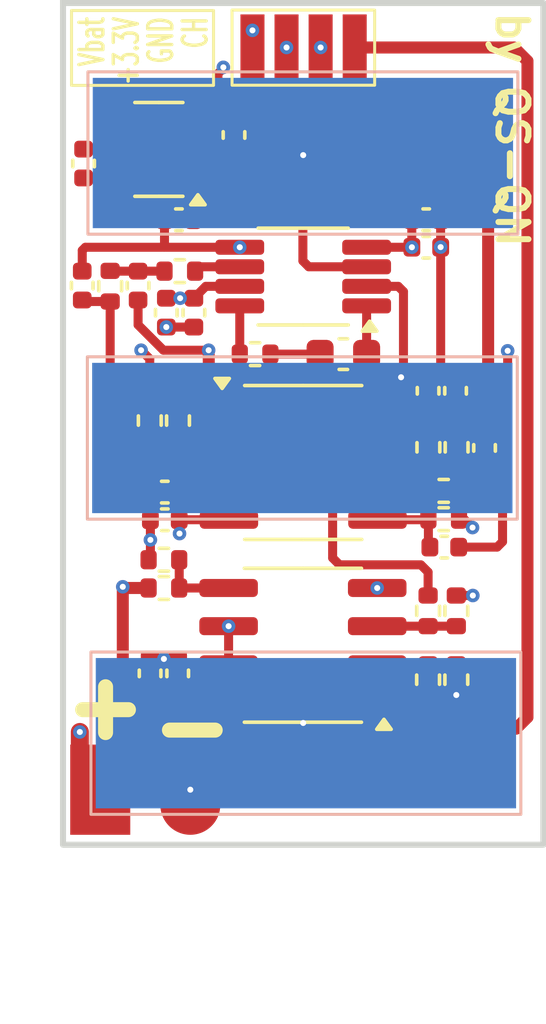
<source format=kicad_pcb>
(kicad_pcb (version 20241229) (generator "pcbnew") (generator_version "9.0")
  (layers (0 "F.Cu" signal) (4 "In1.Cu" signal) (6 "In2.Cu" signal) (2 "B.Cu" signal) (13 "F.Paste" user) (15 "B.Paste" user) (5 "F.SilkS" user "F.Silkscreen") (7 "B.SilkS" user "B.Silkscreen") (1 "F.Mask" user) (3 "B.Mask" user) (25 "Edge.Cuts" user))
  (net 0 "")
  (net 1 "GND")
  (net 2 "+3.3v_A")
  (net 3 "-3.3v_A")
  (net 4 "Net-(C11-Pad2)")
  (net 5 "Net-(C11-Pad1)")
  (net 6 "Net-(U11-C_{FLY+})")
  (net 7 "Net-(U11-C_{FLY-})")
  (net 8 "Net-(U12A-+)")
  (net 9 "Net-(C26-Pad2)")
  (net 10 "/OUT_LP")
  (net 11 "Net-(C27-Pad1)")
  (net 12 "Net-(U12B-+)")
  (net 13 "Net-(R1-Pad2)")
  (net 14 "Net-(U2B-+)")
  (net 15 "/OUT_HP")
  (net 16 "Net-(U2A-+)")
  (net 17 "/OUT_Amplifer")
  (net 18 "+1.65V")
  (net 19 "Net-(U2A--)")
  (net 20 "Net-(U12A--)")
  (net 21 "Net-(U12B--)")
  (net 22 "/ADC_OUT")
  (net 23 "/E_END")
  (net 24 "/E_MID")
  (net 25 "+VBAT")
  (footprint "Capacitor_SMD:C_0402_1005Metric" (layer "F.Cu") (at 142.74 86.88 -90)
    (property "Reference" "C2" (hide yes))
    (property "Value" "100nF")
    (fp_line (start -0.107836 0.36) (end 0.107836 0.36) (stroke (width 0.12)) (layer "F.SilkS"))
    (fp_line (start -0.107836 -0.36) (end 0.107836 -0.36) (stroke (width 0.12)) (layer "F.SilkS"))
    (pad "1" smd roundrect (at -0.48 0 270) (size 0.56 0.62) (layers "F.Cu" "F.Mask" "F.Paste") (net 2 "+3.3v_A"))
    (pad "2" smd roundrect (at 0.48 0 270) (size 0.56 0.62) (layers "F.Cu" "F.Mask" "F.Paste") (net 1 "GND"))
  )
  (footprint "Capacitor_SMD:C_0402_1005Metric" (layer "F.Cu") (at 141.77 92.85 180)
    (property "Reference" "C23" (hide yes))
    (property "Value" "100nF")
    (fp_line (start -0.107836 0.36) (end 0.107836 0.36) (stroke (width 0.12)) (layer "F.SilkS"))
    (fp_line (start -0.107836 -0.36) (end 0.107836 -0.36) (stroke (width 0.12)) (layer "F.SilkS"))
    (pad "1" smd roundrect (at -0.48 0 180) (size 0.56 0.62) (layers "F.Cu" "F.Mask" "F.Paste") (net 3 "-3.3v_A"))
    (pad "2" smd roundrect (at 0.48 0 180) (size 0.56 0.62) (layers "F.Cu" "F.Mask" "F.Paste") (net 1 "GND"))
  )
  (footprint "Resistor_SMD:R_0402_1005Metric" (layer "F.Cu") (at 144.7775 88.26 180)
    (property "Reference" "R1" (hide yes))
    (property "Value" "220R")
    (fp_line (start -0.153641 0.38) (end 0.153641 0.38) (stroke (width 0.12)) (layer "F.SilkS"))
    (fp_line (start -0.153641 -0.38) (end 0.153641 -0.38) (stroke (width 0.12)) (layer "F.SilkS"))
    (pad "1" smd roundrect (at -0.51 0 180) (size 0.54 0.64) (layers "F.Cu" "F.Mask" "F.Paste") (net 5 "Net-(C11-Pad1)"))
    (pad "2" smd roundrect (at 0.51 0 180) (size 0.54 0.64) (layers "F.Cu" "F.Mask" "F.Paste") (net 13 "Net-(R1-Pad2)"))
  )
  (footprint "Resistor_SMD:R_0402_1005Metric" (layer "F.Cu") (at 150.55 91.36 -90)
    (property "Reference" "R19" (hide yes))
    (property "Value" "1K")
    (fp_line (start -0.153641 0.38) (end 0.153641 0.38) (stroke (width 0.12)) (layer "F.SilkS"))
    (fp_line (start -0.153641 -0.38) (end 0.153641 -0.38) (stroke (width 0.12)) (layer "F.SilkS"))
    (pad "1" smd roundrect (at -0.51 0 270) (size 0.54 0.64) (layers "F.Cu" "F.Mask" "F.Paste") (net 15 "/OUT_HP"))
    (pad "2" smd roundrect (at 0.51 0 270) (size 0.54 0.64) (layers "F.Cu" "F.Mask" "F.Paste") (net 21 "Net-(U12B--)"))
  )
  (footprint "Package_TO_SOT_SMD:SOT-23-5" (layer "F.Cu") (at 141.5725 81.45 180)
    (property "Reference" "U11" (hide yes))
    (property "Value" "TPS60402DBV")
    (fp_line (start 0 1.56) (end 0.8 1.56) (stroke (width 0.12)) (layer "F.SilkS"))
    (fp_line (start 0 1.56) (end -0.8 1.56) (stroke (width 0.12)) (layer "F.SilkS"))
    (fp_line (start 0 -1.56) (end 0.8 -1.56) (stroke (width 0.12)) (layer "F.SilkS"))
    (fp_line (start 0 -1.56) (end -0.8 -1.56) (stroke (width 0.12)) (layer "F.SilkS"))
    (fp_poly (pts (xy -1.3 -1.51) (xy -1.54 -1.84) (xy -1.06 -1.84)) (stroke (width 0.12)) (fill yes) (layer "F.SilkS"))
    (pad "1" smd roundrect (at -1.1375 -0.95 180) (size 1.325 0.6) (layers "F.Cu" "F.Mask" "F.Paste") (net 3 "-3.3v_A"))
    (pad "2" smd roundrect (at -1.1375 0 180) (size 1.325 0.6) (layers "F.Cu" "F.Mask" "F.Paste") (net 2 "+3.3v_A"))
    (pad "3" smd roundrect (at -1.1375 0.95 180) (size 1.325 0.6) (layers "F.Cu" "F.Mask" "F.Paste") (net 7 "Net-(U11-C_{FLY-})"))
    (pad "4" smd roundrect (at 1.1375 0.95 180) (size 1.325 0.6) (layers "F.Cu" "F.Mask" "F.Paste") (net 1 "GND"))
    (pad "5" smd roundrect (at 1.1375 -0.95 180) (size 1.325 0.6) (layers "F.Cu" "F.Mask" "F.Paste") (net 6 "Net-(U11-C_{FLY+})"))
  )
  (footprint "Capacitor_SMD:C_0402_1005Metric" (layer "F.Cu") (at 141.82 86.88 -90)
    (property "Reference" "C1" (hide yes))
    (property "Value" "4.7uF")
    (fp_line (start -0.107836 0.36) (end 0.107836 0.36) (stroke (width 0.12)) (layer "F.SilkS"))
    (fp_line (start -0.107836 -0.36) (end 0.107836 -0.36) (stroke (width 0.12)) (layer "F.SilkS"))
    (pad "1" smd roundrect (at -0.48 0 270) (size 0.56 0.62) (layers "F.Cu" "F.Mask" "F.Paste") (net 2 "+3.3v_A"))
    (pad "2" smd roundrect (at 0.48 0 270) (size 0.56 0.62) (layers "F.Cu" "F.Mask" "F.Paste") (net 1 "GND"))
  )
  (footprint "Resistor_SMD:R_0402_1005Metric" (layer "F.Cu") (at 151.49 91.36 -90)
    (property "Reference" "R17" (hide yes))
    (property "Value" "22K")
    (fp_line (start -0.153641 0.38) (end 0.153641 0.38) (stroke (width 0.12)) (layer "F.SilkS"))
    (fp_line (start -0.153641 -0.38) (end 0.153641 -0.38) (stroke (width 0.12)) (layer "F.SilkS"))
    (pad "1" smd roundrect (at -0.51 0 270) (size 0.54 0.64) (layers "F.Cu" "F.Mask" "F.Paste") (net 15 "/OUT_HP"))
    (pad "2" smd roundrect (at 0.51 0 270) (size 0.54 0.64) (layers "F.Cu" "F.Mask" "F.Paste") (net 11 "Net-(C27-Pad1)"))
  )
  (footprint "Resistor_SMD:R_0402_1005Metric" (layer "F.Cu") (at 151.06 93.75 180)
    (property "Reference" "R18" (hide yes))
    (property "Value" "33K")
    (fp_line (start -0.153641 0.38) (end 0.153641 0.38) (stroke (width 0.12)) (layer "F.SilkS"))
    (fp_line (start -0.153641 -0.38) (end 0.153641 -0.38) (stroke (width 0.12)) (layer "F.SilkS"))
    (pad "1" smd roundrect (at -0.51 0 180) (size 0.54 0.64) (layers "F.Cu" "F.Mask" "F.Paste") (net 1 "GND"))
    (pad "2" smd roundrect (at 0.51 0 180) (size 0.54 0.64) (layers "F.Cu" "F.Mask" "F.Paste") (net 12 "Net-(U12B-+)"))
  )
  (footprint "Resistor_SMD:R_0402_1005Metric" (layer "F.Cu") (at 141.27 90.47 90)
    (property "Reference" "R16" (hide yes))
    (property "Value" "3.6K")
    (fp_line (start -0.153641 -0.38) (end 0.153641 -0.38) (stroke (width 0.12)) (layer "F.SilkS"))
    (fp_line (start -0.153641 0.38) (end 0.153641 0.38) (stroke (width 0.12)) (layer "F.SilkS"))
    (pad "1" smd roundrect (at -0.51 0 90) (size 0.54 0.64) (layers "F.Cu" "F.Mask" "F.Paste") (net 20 "Net-(U12A--)"))
    (pad "2" smd roundrect (at 0.51 0 90) (size 0.54 0.64) (layers "F.Cu" "F.Mask" "F.Paste") (net 1 "GND"))
  )
  (footprint "Resistor_SMD:R_0402_1005Metric" (layer "F.Cu") (at 141.74 96.04 180)
    (property "Reference" "R2" (hide yes))
    (property "Value" "100K")
    (fp_line (start -0.153641 0.38) (end 0.153641 0.38) (stroke (width 0.12)) (layer "F.SilkS"))
    (fp_line (start -0.153641 -0.38) (end 0.153641 -0.38) (stroke (width 0.12)) (layer "F.SilkS"))
    (pad "1" smd roundrect (at -0.51 0 180) (size 0.54 0.64) (layers "F.Cu" "F.Mask" "F.Paste") (net 14 "Net-(U2B-+)"))
    (pad "2" smd roundrect (at 0.51 0 180) (size 0.54 0.64) (layers "F.Cu" "F.Mask" "F.Paste") (net 2 "+3.3v_A"))
  )
  (footprint "Package_SO:SOIC-8_3.9x4.9mm_P1.27mm" (layer "F.Cu") (at 146.37 97.945 180)
    (property "Reference" "U2" (hide yes))
    (property "Value" "MCP602")
    (fp_line (start 0 2.56) (end 1.95 2.56) (stroke (width 0.12)) (layer "F.SilkS"))
    (fp_line (start 0 2.56) (end -1.95 2.56) (stroke (width 0.12)) (layer "F.SilkS"))
    (fp_line (start 0 -2.56) (end 1.95 -2.56) (stroke (width 0.12)) (layer "F.SilkS"))
    (fp_line (start 0 -2.56) (end -1.95 -2.56) (stroke (width 0.12)) (layer "F.SilkS"))
    (fp_poly (pts (xy -2.7 -2.465) (xy -2.94 -2.795) (xy -2.46 -2.795)) (stroke (width 0.12)) (fill yes) (layer "F.SilkS"))
    (pad "1" smd roundrect (at -2.475 -1.905 180) (size 1.95 0.6) (layers "F.Cu" "F.Mask" "F.Paste") (net 22 "/ADC_OUT"))
    (pad "2" smd roundrect (at -2.475 -0.635 180) (size 1.95 0.6) (layers "F.Cu" "F.Mask" "F.Paste") (net 19 "Net-(U2A--)"))
    (pad "3" smd roundrect (at -2.475 0.635 180) (size 1.95 0.6) (layers "F.Cu" "F.Mask" "F.Paste") (net 16 "Net-(U2A-+)"))
    (pad "4" smd roundrect (at -2.475 1.905 180) (size 1.95 0.6) (layers "F.Cu" "F.Mask" "F.Paste") (net 1 "GND"))
    (pad "5" smd roundrect (at 2.475 1.905 180) (size 1.95 0.6) (layers "F.Cu" "F.Mask" "F.Paste") (net 14 "Net-(U2B-+)"))
    (pad "6" smd roundrect (at 2.475 0.635 180) (size 1.95 0.6) (layers "F.Cu" "F.Mask" "F.Paste") (net 18 "+1.65V"))
    (pad "7" smd roundrect (at 2.475 -0.635 180) (size 1.95 0.6) (layers "F.Cu" "F.Mask" "F.Paste") (net 18 "+1.65V"))
    (pad "8" smd roundrect (at 2.475 -1.905 180) (size 1.95 0.6) (layers "F.Cu" "F.Mask" "F.Paste") (net 2 "+3.3v_A"))
  )
  (footprint "Capacitor_SMD:C_0402_1005Metric" (layer "F.Cu") (at 140.88 85.98 90)
    (property "Reference" "C26" (hide yes))
    (property "Value" "100nF")
    (fp_line (start -0.107836 -0.36) (end 0.107836 -0.36) (stroke (width 0.12)) (layer "F.SilkS"))
    (fp_line (start -0.107836 0.36) (end 0.107836 0.36) (stroke (width 0.12)) (layer "F.SilkS"))
    (pad "1" smd roundrect (at -0.48 0 90) (size 0.56 0.62) (layers "F.Cu" "F.Mask" "F.Paste") (net 10 "/OUT_LP"))
    (pad "2" smd roundrect (at 0.48 0 90) (size 0.56 0.62) (layers "F.Cu" "F.Mask" "F.Paste") (net 9 "Net-(C26-Pad2)"))
  )
  (footprint "Capacitor_SMD:C_0402_1005Metric" (layer "F.Cu") (at 151.08 94.68)
    (property "Reference" "C28" (hide yes))
    (property "Value" "100nF")
    (fp_line (start -0.107836 -0.36) (end 0.107836 -0.36) (stroke (width 0.12)) (layer "F.SilkS"))
    (fp_line (start -0.107836 0.36) (end 0.107836 0.36) (stroke (width 0.12)) (layer "F.SilkS"))
    (pad "1" smd roundrect (at -0.48 0) (size 0.56 0.62) (layers "F.Cu" "F.Mask" "F.Paste") (net 12 "Net-(U12B-+)"))
    (pad "2" smd roundrect (at 0.48 0) (size 0.56 0.62) (layers "F.Cu" "F.Mask" "F.Paste") (net 11 "Net-(C27-Pad1)"))
  )
  (footprint "Capacitor_SMD:C_0402_1005Metric" (layer "F.Cu") (at 142.24 83.79 180)
    (property "Reference" "C22" (hide yes))
    (property "Value" "1uF")
    (fp_line (start -0.107836 0.36) (end 0.107836 0.36) (stroke (width 0.12)) (layer "F.SilkS"))
    (fp_line (start -0.107836 -0.36) (end 0.107836 -0.36) (stroke (width 0.12)) (layer "F.SilkS"))
    (pad "1" smd roundrect (at -0.48 0 180) (size 0.56 0.62) (layers "F.Cu" "F.Mask" "F.Paste") (net 3 "-3.3v_A"))
    (pad "2" smd roundrect (at 0.48 0 180) (size 0.56 0.62) (layers "F.Cu" "F.Mask" "F.Paste") (net 1 "GND"))
  )
  (footprint "Capacitor_SMD:C_0402_1005Metric" (layer "F.Cu") (at 150.4775 83.79)
    (property "Reference" "C9" (hide yes))
    (property "Value" "4.7uF")
    (fp_line (start -0.107836 -0.36) (end 0.107836 -0.36) (stroke (width 0.12)) (layer "F.SilkS"))
    (fp_line (start -0.107836 0.36) (end 0.107836 0.36) (stroke (width 0.12)) (layer "F.SilkS"))
    (pad "1" smd roundrect (at -0.48 0) (size 0.56 0.62) (layers "F.Cu" "F.Mask" "F.Paste") (net 3 "-3.3v_A"))
    (pad "2" smd roundrect (at 0.48 0) (size 0.56 0.62) (layers "F.Cu" "F.Mask" "F.Paste") (net 1 "GND"))
  )
  (footprint "Resistor_SMD:R_0402_1005Metric" (layer "F.Cu") (at 139.95 86 -90)
    (property "Reference" "R14" (hide yes))
    (property "Value" "2.8K")
    (fp_line (start -0.153641 0.38) (end 0.153641 0.38) (stroke (width 0.12)) (layer "F.SilkS"))
    (fp_line (start -0.153641 -0.38) (end 0.153641 -0.38) (stroke (width 0.12)) (layer "F.SilkS"))
    (pad "1" smd roundrect (at -0.51 0 270) (size 0.54 0.64) (layers "F.Cu" "F.Mask" "F.Paste") (net 9 "Net-(C26-Pad2)"))
    (pad "2" smd roundrect (at 0.51 0 270) (size 0.54 0.64) (layers "F.Cu" "F.Mask" "F.Paste") (net 8 "Net-(U12A-+)"))
  )
  (footprint "Resistor_SMD:R_0402_1005Metric" (layer "F.Cu") (at 150.54 99.09 90)
    (property "Reference" "R21" (hide yes))
    (property "Value" "1K")
    (fp_line (start -0.153641 -0.38) (end 0.153641 -0.38) (stroke (width 0.12)) (layer "F.SilkS"))
    (fp_line (start -0.153641 0.38) (end 0.153641 0.38) (stroke (width 0.12)) (layer "F.SilkS"))
    (pad "1" smd roundrect (at -0.51 0 90) (size 0.54 0.64) (layers "F.Cu" "F.Mask" "F.Paste") (net 22 "/ADC_OUT"))
    (pad "2" smd roundrect (at 0.51 0 90) (size 0.54 0.64) (layers "F.Cu" "F.Mask" "F.Paste") (net 19 "Net-(U2A--)"))
  )
  (footprint "Resistor_SMD:R_0402_1005Metric" (layer "F.Cu") (at 141.74 95.1)
    (property "Reference" "R3" (hide yes))
    (property "Value" "100K")
    (fp_line (start -0.153641 -0.38) (end 0.153641 -0.38) (stroke (width 0.12)) (layer "F.SilkS"))
    (fp_line (start -0.153641 0.38) (end 0.153641 0.38) (stroke (width 0.12)) (layer "F.SilkS"))
    (pad "1" smd roundrect (at -0.51 0) (size 0.54 0.64) (layers "F.Cu" "F.Mask" "F.Paste") (net 1 "GND"))
    (pad "2" smd roundrect (at 0.51 0) (size 0.54 0.64) (layers "F.Cu" "F.Mask" "F.Paste") (net 14 "Net-(U2B-+)"))
  )
  (footprint "" (layer "F.Cu") (at 146.2 91.65)
    (property "Reference" "" (at 0 0 0) (layer "F.SilkS") (effects (font (size 1.27 1.27))))
    (property "Value" "")
    (fp_rect (start -7.01 -3.3) (end 7.31 2.1) (stroke (width 0.1)) (fill no) (layer "B.SilkS"))
    (pad "1" smd rect (at 0.15 -0.6) (size 14 5) (layers "B.Cu" "B.Mask" "B.Paste") (net 24 "/E_MID"))
  )
  (footprint "Package_SO:SOIC-8_3.9x4.9mm_P1.27mm" (layer "F.Cu") (at 146.38 91.865)
    (property "Reference" "U12" (hide yes))
    (property "Value" "MCP602")
    (fp_line (start 0 -2.56) (end -1.95 -2.56) (stroke (width 0.12)) (layer "F.SilkS"))
    (fp_line (start 0 -2.56) (end 1.95 -2.56) (stroke (width 0.12)) (layer "F.SilkS"))
    (fp_line (start 0 2.56) (end -1.95 2.56) (stroke (width 0.12)) (layer "F.SilkS"))
    (fp_line (start 0 2.56) (end 1.95 2.56) (stroke (width 0.12)) (layer "F.SilkS"))
    (fp_poly (pts (xy -2.7 -2.465) (xy -2.94 -2.795) (xy -2.46 -2.795)) (stroke (width 0.12)) (fill yes) (layer "F.SilkS"))
    (pad "1" smd roundrect (at -2.475 -1.905) (size 1.95 0.6) (layers "F.Cu" "F.Mask" "F.Paste") (net 10 "/OUT_LP"))
    (pad "2" smd roundrect (at -2.475 -0.635) (size 1.95 0.6) (layers "F.Cu" "F.Mask" "F.Paste") (net 20 "Net-(U12A--)"))
    (pad "3" smd roundrect (at -2.475 0.635) (size 1.95 0.6) (layers "F.Cu" "F.Mask" "F.Paste") (net 8 "Net-(U12A-+)"))
    (pad "4" smd roundrect (at -2.475 1.905) (size 1.95 0.6) (layers "F.Cu" "F.Mask" "F.Paste") (net 3 "-3.3v_A"))
    (pad "5" smd roundrect (at 2.475 1.905) (size 1.95 0.6) (layers "F.Cu" "F.Mask" "F.Paste") (net 12 "Net-(U12B-+)"))
    (pad "6" smd roundrect (at 2.475 0.635) (size 1.95 0.6) (layers "F.Cu" "F.Mask" "F.Paste") (net 21 "Net-(U12B--)"))
    (pad "7" smd roundrect (at 2.475 -0.635) (size 1.95 0.6) (layers "F.Cu" "F.Mask" "F.Paste") (net 15 "/OUT_HP"))
    (pad "8" smd roundrect (at 2.475 -1.905) (size 1.95 0.6) (layers "F.Cu" "F.Mask" "F.Paste") (net 2 "+3.3v_A"))
  )
  (footprint "Resistor_SMD:R_0402_1005Metric" (layer "F.Cu") (at 142.21 90.47 -90)
    (property "Reference" "R15" (hide yes))
    (property "Value" "1K")
    (fp_line (start -0.153641 0.38) (end 0.153641 0.38) (stroke (width 0.12)) (layer "F.SilkS"))
    (fp_line (start -0.153641 -0.38) (end 0.153641 -0.38) (stroke (width 0.12)) (layer "F.SilkS"))
    (pad "1" smd roundrect (at -0.51 0 270) (size 0.54 0.64) (layers "F.Cu" "F.Mask" "F.Paste") (net 10 "/OUT_LP"))
    (pad "2" smd roundrect (at 0.51 0 270) (size 0.54 0.64) (layers "F.Cu" "F.Mask" "F.Paste") (net 20 "Net-(U12A--)"))
  )
  (footprint "Capacitor_SMD:C_0402_1005Metric" (layer "F.Cu") (at 139.065 81.92 90)
    (property "Reference" "C12" (hide yes))
    (property "Value" "1uF")
    (fp_line (start -0.107836 -0.36) (end 0.107836 -0.36) (stroke (width 0.12)) (layer "F.SilkS"))
    (fp_line (start -0.107836 0.36) (end 0.107836 0.36) (stroke (width 0.12)) (layer "F.SilkS"))
    (pad "1" smd roundrect (at -0.48 0 90) (size 0.56 0.62) (layers "F.Cu" "F.Mask" "F.Paste") (net 6 "Net-(U11-C_{FLY+})"))
    (pad "2" smd roundrect (at 0.48 0 90) (size 0.56 0.62) (layers "F.Cu" "F.Mask" "F.Paste") (net 7 "Net-(U11-C_{FLY-})"))
  )
  (footprint "Pad:Pad 4" (layer "F.Cu") (at 146.34 81.245)
    (property "Reference" "U13" (hide yes))
    (property "Value" "Pad 4")
    (fp_rect (start -2.33 -4.43) (end 2.42 -1.93) (stroke (width 0.1)) (fill no) (layer "F.SilkS"))
    (pad "1" smd rect (at -1.65 -3.185 90) (size 2.2 0.8) (layers "F.Cu" "F.Mask" "F.Paste") (net 25 "+VBAT"))
    (pad "2" smd rect (at -0.515 -3.185 90) (size 2.2 0.8) (layers "F.Cu" "F.Mask" "F.Paste") (net 2 "+3.3v_A"))
    (pad "3" smd rect (at 0.62 -3.185 90) (size 2.2 0.8) (layers "F.Cu" "F.Mask" "F.Paste") (net 1 "GND"))
    (pad "4" smd rect (at 1.755 -3.185 90) (size 2.2 0.8) (layers "F.Cu" "F.Mask" "F.Paste") (net 22 "/ADC_OUT"))
  )
  (footprint "Capacitor_SMD:C_0402_1005Metric" (layer "F.Cu") (at 151.455 89.48 90)
    (property "Reference" "C15" (hide yes))
    (property "Value" "100nF")
    (fp_line (start -0.107836 -0.36) (end 0.107836 -0.36) (stroke (width 0.12)) (layer "F.SilkS"))
    (fp_line (start -0.107836 0.36) (end 0.107836 0.36) (stroke (width 0.12)) (layer "F.SilkS"))
    (pad "1" smd roundrect (at -0.48 0 90) (size 0.56 0.62) (layers "F.Cu" "F.Mask" "F.Paste") (net 2 "+3.3v_A"))
    (pad "2" smd roundrect (at 0.48 0 90) (size 0.56 0.62) (layers "F.Cu" "F.Mask" "F.Paste") (net 1 "GND"))
  )
  (footprint "Resistor_SMD:R_0402_1005Metric" (layer "F.Cu") (at 151.06 92.81)
    (property "Reference" "R20" (hide yes))
    (property "Value" "3.6K")
    (fp_line (start -0.153641 -0.38) (end 0.153641 -0.38) (stroke (width 0.12)) (layer "F.SilkS"))
    (fp_line (start -0.153641 0.38) (end 0.153641 0.38) (stroke (width 0.12)) (layer "F.SilkS"))
    (pad "1" smd roundrect (at -0.51 0) (size 0.54 0.64) (layers "F.Cu" "F.Mask" "F.Paste") (net 21 "Net-(U12B--)"))
    (pad "2" smd roundrect (at 0.51 0) (size 0.54 0.64) (layers "F.Cu" "F.Mask" "F.Paste") (net 1 "GND"))
  )
  (footprint "" (layer "F.Cu") (at 146.6 82.06)
    (property "Reference" "" (at -0.43 -0.14 0) (layer "B.SilkS") (effects (font (size 1.27 1.27)) (justify mirror)))
    (property "Value" "")
    (fp_rect (start -7.39 -3.19) (end 6.93 2.21) (stroke (width 0.1)) (fill no) (layer "B.SilkS"))
    (pad "1" smd rect (at -0.23 -0.49) (size 14 5) (layers "B.Cu" "B.Mask" "B.Paste") (net 23 "/E_END"))
  )
  (footprint "Capacitor_SMD:C_0402_1005Metric" (layer "F.Cu") (at 152.42 91.38 90)
    (property "Reference" "C27" (hide yes))
    (property "Value" "100nF")
    (fp_line (start -0.107836 -0.36) (end 0.107836 -0.36) (stroke (width 0.12)) (layer "F.SilkS"))
    (fp_line (start -0.107836 0.36) (end 0.107836 0.36) (stroke (width 0.12)) (layer "F.SilkS"))
    (pad "1" smd roundrect (at -0.48 0 90) (size 0.56 0.62) (layers "F.Cu" "F.Mask" "F.Paste") (net 11 "Net-(C27-Pad1)"))
    (pad "2" smd roundrect (at 0.48 0 90) (size 0.56 0.62) (layers "F.Cu" "F.Mask" "F.Paste") (net 10 "/OUT_LP"))
  )
  (footprint "Capacitor_SMD:C_0402_1005Metric" (layer "F.Cu") (at 141.77 93.77 180)
    (property "Reference" "C24" (hide yes))
    (property "Value" "4.7uF")
    (fp_line (start -0.107836 0.36) (end 0.107836 0.36) (stroke (width 0.12)) (layer "F.SilkS"))
    (fp_line (start -0.107836 -0.36) (end 0.107836 -0.36) (stroke (width 0.12)) (layer "F.SilkS"))
    (pad "1" smd roundrect (at -0.48 0 180) (size 0.56 0.62) (layers "F.Cu" "F.Mask" "F.Paste") (net 3 "-3.3v_A"))
    (pad "2" smd roundrect (at 0.48 0 180) (size 0.56 0.62) (layers "F.Cu" "F.Mask" "F.Paste") (net 1 "GND"))
  )
  (footprint "Capacitor_SMD:C_0402_1005Metric" (layer "F.Cu") (at 142.2 98.88 90)
    (property "Reference" "C14" (hide yes))
    (property "Value" "4.7uF")
    (fp_line (start -0.107836 -0.36) (end 0.107836 -0.36) (stroke (width 0.12)) (layer "F.SilkS"))
    (fp_line (start -0.107836 0.36) (end 0.107836 0.36) (stroke (width 0.12)) (layer "F.SilkS"))
    (pad "1" smd roundrect (at -0.48 0 90) (size 0.56 0.62) (layers "F.Cu" "F.Mask" "F.Paste") (net 2 "+3.3v_A"))
    (pad "2" smd roundrect (at 0.48 0 90) (size 0.56 0.62) (layers "F.Cu" "F.Mask" "F.Paste") (net 1 "GND"))
  )
  (footprint "Resistor_SMD:R_0402_1005Metric" (layer "F.Cu") (at 151.48 99.09 -90)
    (property "Reference" "R7" (hide yes))
    (property "Value" "2K")
    (fp_line (start -0.153641 0.38) (end 0.153641 0.38) (stroke (width 0.12)) (layer "F.SilkS"))
    (fp_line (start -0.153641 -0.38) (end 0.153641 -0.38) (stroke (width 0.12)) (layer "F.SilkS"))
    (pad "1" smd roundrect (at -0.51 0 270) (size 0.54 0.64) (layers "F.Cu" "F.Mask" "F.Paste") (net 19 "Net-(U2A--)"))
    (pad "2" smd roundrect (at 0.51 0 270) (size 0.54 0.64) (layers "F.Cu" "F.Mask" "F.Paste") (net 1 "GND"))
  )
  (footprint "Package_SO:VSSOP-8_3x3mm_P0.65mm" (layer "F.Cu") (at 146.38 85.68 180)
    (property "Reference" "U1" (hide yes))
    (property "Value" "INA333xxDGK")
    (fp_line (start 0 1.61) (end 1.5 1.61) (stroke (width 0.12)) (layer "F.SilkS"))
    (fp_line (start 0 1.61) (end -1.5 1.61) (stroke (width 0.12)) (layer "F.SilkS"))
    (fp_line (start 0 -1.61) (end 1.5 -1.61) (stroke (width 0.12)) (layer "F.SilkS"))
    (fp_line (start 0 -1.61) (end -1.5 -1.61) (stroke (width 0.12)) (layer "F.SilkS"))
    (fp_poly (pts (xy -2.2125 -1.485) (xy -2.4525 -1.815) (xy -1.9725 -1.815)) (stroke (width 0.12)) (fill yes) (layer "F.SilkS"))
    (pad "1" smd roundrect (at -2.1125 -0.975 180) (size 1.625 0.5) (layers "F.Cu" "F.Mask" "F.Paste") (net 4 "Net-(C11-Pad2)"))
    (pad "2" smd roundrect (at -2.1125 -0.325 180) (size 1.625 0.5) (layers "F.Cu" "F.Mask" "F.Paste") (net 24 "/E_MID"))
    (pad "3" smd roundrect (at -2.1125 0.325 180) (size 1.625 0.5) (layers "F.Cu" "F.Mask" "F.Paste") (net 23 "/E_END"))
    (pad "4" smd roundrect (at -2.1125 0.975 180) (size 1.625 0.5) (layers "F.Cu" "F.Mask" "F.Paste") (net 3 "-3.3v_A"))
    (pad "5" smd roundrect (at 2.1125 0.975 180) (size 1.625 0.5) (layers "F.Cu" "F.Mask" "F.Paste") (net 1 "GND"))
    (pad "6" smd roundrect (at 2.1125 0.325 180) (size 1.625 0.5) (layers "F.Cu" "F.Mask" "F.Paste") (net 17 "/OUT_Amplifer"))
    (pad "7" smd roundrect (at 2.1125 -0.325 180) (size 1.625 0.5) (layers "F.Cu" "F.Mask" "F.Paste") (net 2 "+3.3v_A"))
    (pad "8" smd roundrect (at 2.1125 -0.975 180) (size 1.625 0.5) (layers "F.Cu" "F.Mask" "F.Paste") (net 13 "Net-(R1-Pad2)"))
  )
  (footprint "Pad:Pad Battery" (layer "F.Cu") (at 141.01 102.48)
    (property "Reference" "U7" (hide yes))
    (property "Value" "Pad_Battery")
    (fp_text user "+" (at -2.78 -1.36 0) (layer "F.SilkS") (effects (font (size 2 2) (thickness 0.5) (bold yes)) (justify left bottom)))
    (fp_text user "-" (at 0.11 -0.68 0) (layer "F.SilkS") (effects (font (size 2 2) (thickness 0.5) (bold yes)) (justify left bottom)))
    (pad "1" smd rect (at -1.39 0.27) (size 2 3) (layers "F.Cu" "F.Mask" "F.Paste") (net 25 "+VBAT"))
    (pad "2" smd oval (at 1.61 0.27) (size 2 3) (layers "F.Cu" "F.Mask" "F.Paste") (net 1 "GND"))
  )
  (footprint "Capacitor_SMD:C_0402_1005Metric" (layer "F.Cu") (at 141.28 98.88 90)
    (property "Reference" "C13" (hide yes))
    (property "Value" "100nF")
    (fp_line (start -0.107836 -0.36) (end 0.107836 -0.36) (stroke (width 0.12)) (layer "F.SilkS"))
    (fp_line (start -0.107836 0.36) (end 0.107836 0.36) (stroke (width 0.12)) (layer "F.SilkS"))
    (pad "1" smd roundrect (at -0.48 0 90) (size 0.56 0.62) (layers "F.Cu" "F.Mask" "F.Paste") (net 2 "+3.3v_A"))
    (pad "2" smd roundrect (at 0.48 0 90) (size 0.56 0.62) (layers "F.Cu" "F.Mask" "F.Paste") (net 1 "GND"))
  )
  (footprint "Capacitor_SMD:C_0402_1005Metric" (layer "F.Cu") (at 139.02 85.98 -90)
    (property "Reference" "C25" (hide yes))
    (property "Value" "100nF")
    (fp_line (start -0.107836 0.36) (end 0.107836 0.36) (stroke (width 0.12)) (layer "F.SilkS"))
    (fp_line (start -0.107836 -0.36) (end 0.107836 -0.36) (stroke (width 0.12)) (layer "F.SilkS"))
    (pad "1" smd roundrect (at -0.48 0 270) (size 0.56 0.62) (layers "F.Cu" "F.Mask" "F.Paste") (net 1 "GND"))
    (pad "2" smd roundrect (at 0.48 0 270) (size 0.56 0.62) (layers "F.Cu" "F.Mask" "F.Paste") (net 8 "Net-(U12A-+)"))
  )
  (footprint "Capacitor_SMD:C_0402_1005Metric" (layer "F.Cu") (at 150.54 89.48 90)
    (property "Reference" "C3" (hide yes))
    (property "Value" "4.7uF")
    (fp_line (start -0.107836 -0.36) (end 0.107836 -0.36) (stroke (width 0.12)) (layer "F.SilkS"))
    (fp_line (start -0.107836 0.36) (end 0.107836 0.36) (stroke (width 0.12)) (layer "F.SilkS"))
    (pad "1" smd roundrect (at -0.48 0 90) (size 0.56 0.62) (layers "F.Cu" "F.Mask" "F.Paste") (net 2 "+3.3v_A"))
    (pad "2" smd roundrect (at 0.48 0 90) (size 0.56 0.62) (layers "F.Cu" "F.Mask" "F.Paste") (net 1 "GND"))
  )
  (footprint "Resistor_SMD:R_0402_1005Metric" (layer "F.Cu") (at 151.48 96.8 90)
    (property "Reference" "R6" (hide yes))
    (property "Value" "1K")
    (fp_line (start -0.153641 -0.38) (end 0.153641 -0.38) (stroke (width 0.12)) (layer "F.SilkS"))
    (fp_line (start -0.153641 0.38) (end 0.153641 0.38) (stroke (width 0.12)) (layer "F.SilkS"))
    (pad "1" smd roundrect (at -0.51 0 90) (size 0.54 0.64) (layers "F.Cu" "F.Mask" "F.Paste") (net 16 "Net-(U2A-+)"))
    (pad "2" smd roundrect (at 0.51 0 90) (size 0.54 0.64) (layers "F.Cu" "F.Mask" "F.Paste") (net 18 "+1.65V"))
  )
  (footprint "Capacitor_SMD:C_0402_1005Metric" (layer "F.Cu") (at 150.48 84.705)
    (property "Reference" "C10" (hide yes))
    (property "Value" "100nF")
    (fp_line (start -0.107836 -0.36) (end 0.107836 -0.36) (stroke (width 0.12)) (layer "F.SilkS"))
    (fp_line (start -0.107836 0.36) (end 0.107836 0.36) (stroke (width 0.12)) (layer "F.SilkS"))
    (pad "1" smd roundrect (at -0.48 0) (size 0.56 0.62) (layers "F.Cu" "F.Mask" "F.Paste") (net 3 "-3.3v_A"))
    (pad "2" smd roundrect (at 0.48 0) (size 0.56 0.62) (layers "F.Cu" "F.Mask" "F.Paste") (net 1 "GND"))
  )
  (footprint "Pad:Pad 1" (layer "F.Cu") (at 146.52 101.19)
    (property "Reference" "U10" (hide yes))
    (property "Value" "Pad")
    (fp_rect (start -7.21 -3.02) (end 7.11 2.38) (stroke (width 0.1)) (fill no) (layer "B.SilkS"))
    (pad "1" smd rect (at -0.05 -0.32) (size 14 5) (layers "B.Cu" "B.Mask" "B.Paste") (net 1 "GND"))
  )
  (footprint "Resistor_SMD:R_0402_1005Metric" (layer "F.Cu") (at 150.54 96.8 -90)
    (property "Reference" "R4" (hide yes))
    (property "Value" "2K")
    (fp_line (start -0.153641 0.38) (end 0.153641 0.38) (stroke (width 0.12)) (layer "F.SilkS"))
    (fp_line (start -0.153641 -0.38) (end 0.153641 -0.38) (stroke (width 0.12)) (layer "F.SilkS"))
    (pad "1" smd roundrect (at -0.51 0 270) (size 0.54 0.64) (layers "F.Cu" "F.Mask" "F.Paste") (net 15 "/OUT_HP"))
    (pad "2" smd roundrect (at 0.51 0 270) (size 0.54 0.64) (layers "F.Cu" "F.Mask" "F.Paste") (net 16 "Net-(U2A-+)"))
  )
  (footprint "Capacitor_SMD:C_0402_1005Metric" (layer "F.Cu") (at 144.075 80.97 90)
    (property "Reference" "C5" (hide yes))
    (property "Value" "1uF")
    (fp_line (start -0.107836 -0.36) (end 0.107836 -0.36) (stroke (width 0.12)) (layer "F.SilkS"))
    (fp_line (start -0.107836 0.36) (end 0.107836 0.36) (stroke (width 0.12)) (layer "F.SilkS"))
    (pad "1" smd roundrect (at -0.48 0 90) (size 0.56 0.62) (layers "F.Cu" "F.Mask" "F.Paste") (net 2 "+3.3v_A"))
    (pad "2" smd roundrect (at 0.48 0 90) (size 0.56 0.62) (layers "F.Cu" "F.Mask" "F.Paste") (net 1 "GND"))
  )
  (footprint "Resistor_SMD:R_0402_1005Metric" (layer "F.Cu") (at 142.27 85.5 180)
    (property "Reference" "R5" (hide yes))
    (property "Value" "3.6K")
    (fp_line (start -0.153641 0.38) (end 0.153641 0.38) (stroke (width 0.12)) (layer "F.SilkS"))
    (fp_line (start -0.153641 -0.38) (end 0.153641 -0.38) (stroke (width 0.12)) (layer "F.SilkS"))
    (pad "1" smd roundrect (at -0.51 0 180) (size 0.54 0.64) (layers "F.Cu" "F.Mask" "F.Paste") (net 17 "/OUT_Amplifer"))
    (pad "2" smd roundrect (at 0.51 0 180) (size 0.54 0.64) (layers "F.Cu" "F.Mask" "F.Paste") (net 9 "Net-(C26-Pad2)"))
  )
  (footprint "Capacitor_SMD:C_0603_1608Metric" (layer "F.Cu") (at 147.7175 88.26)
    (property "Reference" "C11" (hide yes))
    (property "Value" "10uF")
    (fp_line (start -0.14058 -0.51) (end 0.14058 -0.51) (stroke (width 0.12)) (layer "F.SilkS"))
    (fp_line (start -0.14058 0.51) (end 0.14058 0.51) (stroke (width 0.12)) (layer "F.SilkS"))
    (pad "1" smd roundrect (at -0.775 0) (size 0.9 0.95) (layers "F.Cu" "F.Mask" "F.Paste") (net 5 "Net-(C11-Pad1)"))
    (pad "2" smd roundrect (at 0.775 0) (size 0.9 0.95) (layers "F.Cu" "F.Mask" "F.Paste") (net 4 "Net-(C11-Pad2)"))
  )
  (gr_line (start 143.23 88.13) (end 143.25 89.96) (stroke (width 0.4)) (layer "F.Cu") (net 10))
  (gr_rect (start 138.663333 76.83) (end 143.393333 79.32) (stroke (width 0.1)) (fill no) (layer "F.SilkS"))
  (gr_rect (start 138.38 76.58) (end 154.38 104.58) (stroke (width 0.2)) (fill no) (layer "Edge.Cuts"))
  (gr_text "+3.3V" (at 140.49 79.369047 90) (layer "F.SilkS") (effects (font (size 0.8 0.5) (thickness 0.1125)) (justify left)))
  (gr_text "Vbat" (at 139.343333 78.75 90) (layer "F.SilkS") (effects (font (size 0.8 0.5) (thickness 0.1125)) (justify left)))
  (gr_text "by QS-QN " (at 152.75 76.78 -90) (layer "F.SilkS") (effects (font (size 1 1) (thickness 0.2) (bold yes)) (justify left bottom)))
  (gr_text "CH" (at 142.783333 78.154763 90) (layer "F.SilkS") (effects (font (size 0.8 0.5) (thickness 0.1125)) (justify left)))
  (gr_text "GND" (at 141.636666 78.654763 90) (layer "F.SilkS") (effects (font (size 0.8 0.5) (thickness 0.1125)) (justify left)))
  (segment (start 143.54 78.93) (end 143.54 79.59) (width 0.3) (layer "F.Cu") (net 1))
  (segment (start 140.65 79.59) (end 140.435 79.805) (width 0.3) (layer "F.Cu") (net 1))
  (segment (start 144.075 79.805) (end 143.86 79.59) (width 0.3) (layer "F.Cu") (net 1))
  (segment (start 142.74 87.36) (end 141.82 87.36) (width 0.3) (layer "F.Cu") (net 1))
  (segment (start 141.76 83.79) (end 141.76 84.695) (width 0.3) (layer "F.Cu") (net 1))
  (segment (start 141.28 98.4) (end 141.74 98.4) (width 0.3) (layer "F.Cu") (net 1))
  (segment (start 139.02 84.81) (end 139.125 84.705) (width 0.3) (layer "F.Cu") (net 1))
  (segment (start 150.9575 83.79) (end 150.9575 84.7) (width 0.3) (layer "F.Cu") (net 1))
  (segment (start 141.74 98.4) (end 142.2 98.4) (width 0.3) (layer "F.Cu") (net 1))
  (segment (start 141.75 84.705) (end 144.2675 84.705) (width 0.3) (layer "F.Cu") (net 1))
  (segment (start 143.54 79.59) (end 140.65 79.59) (width 0.3) (layer "F.Cu") (net 1))
  (segment (start 141.29 92.85) (end 141.29 94.44) (width 0.3) (layer "F.Cu") (net 1))
  (segment (start 140.435 79.805) (end 140.435 80.5) (width 0.3) (layer "F.Cu") (net 1))
  (segment (start 141.29 94.44) (end 141.29 95.04) (width 0.3) (layer "F.Cu") (net 1))
  (segment (start 143.72 78.75) (end 143.54 78.93) (width 0.3) (layer "F.Cu") (net 1))
  (segment (start 140.98 88.13) (end 141.27 88.42) (width 0.3) (layer "F.Cu") (net 1))
  (segment (start 150.9575 84.7) (end 150.9575 84.7025) (width 0.3) (layer "F.Cu") (net 1))
  (segment (start 139.02 85.5) (end 139.02 84.81) (width 0.3) (layer "F.Cu") (net 1))
  (segment (start 150.96 88.99) (end 150.97 89) (width 0.3) (layer "F.Cu") (net 1))
  (segment (start 139.125 84.705) (end 141.75 84.705) (width 0.3) (layer "F.Cu") (net 1))
  (segment (start 150.97 89) (end 151.455 89) (width 0.3) (layer "F.Cu") (net 1))
  (segment (start 143.86 79.59) (end 143.54 79.59) (width 0.3) (layer "F.Cu") (net 1))
  (segment (start 141.27 88.42) (end 141.27 89.96) (width 0.3) (layer "F.Cu") (net 1))
  (segment (start 150.96 84.705) (end 150.96 88.99) (width 0.3) (layer "F.Cu") (net 1))
  (segment (start 144.075 80.49) (end 144.075 79.805) (width 0.3) (layer "F.Cu") (net 1))
  (segment (start 151.74 93.75) (end 151.57 93.75) (width 0.3) (layer "F.Cu") (net 1))
  (segment (start 141.76 84.695) (end 141.75 84.705) (width 0.3) (layer "F.Cu") (net 1))
  (segment (start 152.02 94.03) (end 151.74 93.75) (width 0.3) (layer "F.Cu") (net 1))
  (segment (start 151.57 92.81) (end 151.57 93.75) (width 0.3) (layer "F.Cu") (net 1))
  (segment (start 150.9575 84.7025) (end 150.96 84.705) (width 0.3) (layer "F.Cu") (net 1))
  (segment (start 143.72 78.72) (end 143.72 78.75) (width 0.3) (layer "F.Cu") (net 1))
  (segment (start 141.29 95.04) (end 141.23 95.1) (width 0.3) (layer "F.Cu") (net 1))
  (segment (start 150.54 89) (end 150.97 89) (width 0.3) (layer "F.Cu") (net 1))
  (via (at 142.62 102.75) (size 0.45) (drill 0.2) (layers "F.Cu" "B.Cu") (net 1))
  (via (at 140.98 88.13) (size 0.45) (drill 0.2) (layers "F.Cu" "B.Cu") (net 1))
  (via (at 148.845 96.04) (size 0.45) (drill 0.2) (layers "F.Cu" "B.Cu") (net 1))
  (via (at 146.38 100.53) (size 0.45) (drill 0.2) (layers "F.Cu" "B.Cu") (net 1))
  (via (at 141.82 87.36) (size 0.45) (drill 0.2) (layers "F.Cu" "B.Cu") (net 1))
  (via (at 152.02 94.03) (size 0.45) (drill 0.2) (layers "F.Cu" "B.Cu") (net 1))
  (via (at 151.48 99.6) (size 0.45) (drill 0.2) (layers "F.Cu" "B.Cu") (net 1))
  (via (at 150.9575 84.7) (size 0.45) (drill 0.2) (layers "F.Cu" "B.Cu") (net 1))
  (via (at 141.74 98.4) (size 0.45) (drill 0.2) (layers "F.Cu" "B.Cu") (net 1))
  (via (at 146.96 78.06) (size 0.45) (drill 0.2) (layers "F.Cu" "B.Cu") (net 1))
  (via (at 141.29 94.44) (size 0.45) (drill 0.2) (layers "F.Cu" "B.Cu") (net 1))
  (via (at 144.2675 84.705) (size 0.45) (drill 0.2) (layers "F.Cu" "B.Cu") (net 1))
  (via (at 143.72 78.72) (size 0.45) (drill 0.2) (layers "F.Cu" "B.Cu") (net 1))
  (segment (start 140.37 99.09) (end 140.64 99.36) (width 0.4) (layer "F.Cu") (net 2))
  (segment (start 144.88 81.45) (end 144.075 81.45) (width 0.4) (layer "F.Cu") (net 2))
  (segment (start 142.74 86.4) (end 141.82 86.4) (width 0.3) (layer "F.Cu") (net 2))
  (segment (start 152.1 89.96) (end 152.54 89.52) (width 0.4) (layer "F.Cu") (net 2))
  (segment (start 148.855 89.96) (end 151.455 89.96) (width 0.3) (layer "F.Cu") (net 2))
  (segment (start 151.455 89.96) (end 152.1 89.96) (width 0.4) (layer "F.Cu") (net 2))
  (segment (start 143.135 86.005) (end 144.2675 86.005) (width 0.3) (layer "F.Cu") (net 2))
  (segment (start 140.41 96.04) (end 140.37 96) (width 0.4) (layer "F.Cu") (net 2))
  (segment (start 142.28 86.4) (end 142.74 86.4) (width 0.3) (layer "F.Cu") (net 2))
  (segment (start 141.82 86.4) (end 142.28 86.4) (width 0.3) (layer "F.Cu") (net 2))
  (segment (start 140.64 99.36) (end 141.28 99.36) (width 0.4) (layer "F.Cu") (net 2))
  (segment (start 152.54 80.48) (end 152.14 80.08) (width 0.4) (layer "F.Cu") (net 2))
  (segment (start 144.075 81.45) (end 142.71 81.45) (width 0.3) (layer "F.Cu") (net 2))
  (segment (start 142.2 99.36) (end 142.2 99.67) (width 0.3) (layer "F.Cu") (net 2))
  (segment (start 145.825 78.06) (end 145.825 80.08) (width 0.4) (layer "F.Cu") (net 2))
  (segment (start 152.54 89.52) (end 152.54 80.48) (width 0.4) (layer "F.Cu") (net 2))
  (segment (start 152.14 80.08) (end 145.825 80.08) (width 0.4) (layer "F.Cu") (net 2))
  (segment (start 140.37 96) (end 140.37 99.09) (width 0.4) (layer "F.Cu") (net 2))
  (segment (start 142.2 99.67) (end 142.38 99.85) (width 0.3) (layer "F.Cu") (net 2))
  (segment (start 141.23 96.04) (end 140.41 96.04) (width 0.4) (layer "F.Cu") (net 2))
  (segment (start 142.38 99.85) (end 143.895 99.85) (width 0.3) (layer "F.Cu") (net 2))
  (segment (start 145.825 80.08) (end 145.825 80.505) (width 0.4) (layer "F.Cu") (net 2))
  (segment (start 142.74 86.4) (end 143.135 86.005) (width 0.3) (layer "F.Cu") (net 2))
  (segment (start 145.825 80.505) (end 144.88 81.45) (width 0.4) (layer "F.Cu") (net 2))
  (segment (start 141.28 99.36) (end 142.2 99.36) (width 0.3) (layer "F.Cu") (net 2))
  (via (at 140.37 96) (size 0.45) (drill 0.2) (layers "F.Cu" "B.Cu") (net 2))
  (via (at 145.825 78.06) (size 0.45) (drill 0.2) (layers "F.Cu" "B.Cu") (net 2))
  (via (at 142.28 86.4) (size 0.45) (drill 0.2) (layers "F.Cu" "B.Cu") (net 2))
  (segment (start 145.64 82.22) (end 145.64 81.57) (width 0.3) (layer "F.Cu") (net 3))
  (segment (start 145.64 81.57) (end 146.21 81) (width 0.3) (layer "F.Cu") (net 3))
  (segment (start 142.25 93.77) (end 142.25 94.22) (width 0.3) (layer "F.Cu") (net 3))
  (segment (start 146.21 81) (end 149.78 81) (width 0.3) (layer "F.Cu") (net 3))
  (segment (start 142.71 82.4) (end 142.71 83.78) (width 0.3) (layer "F.Cu") (net 3))
  (segment (start 149.9975 84.7025) (end 150 84.705) (width 0.3) (layer "F.Cu") (net 3))
  (segment (start 142.71 82.4) (end 145.46 82.4) (width 0.3) (layer "F.Cu") (net 3))
  (segment (start 142.25 94.22) (end 142.26 94.23) (width 0.3) (layer "F.Cu") (net 3))
  (segment (start 143.905 93.77) (end 142.25 93.77) (width 0.3) (layer "F.Cu") (net 3))
  (segment (start 149.9975 81.2175) (end 149.9975 83.79) (width 0.3) (layer "F.Cu") (net 3))
  (segment (start 149.9975 83.79) (end 149.9975 84.7025) (width 0.3) (layer "F.Cu") (net 3))
  (segment (start 142.25 92.85) (end 142.25 93.77) (width 0.3) (layer "F.Cu") (net 3))
  (segment (start 145.46 82.4) (end 145.64 82.22) (width 0.3) (layer "F.Cu") (net 3))
  (segment (start 149.78 81) (end 149.9975 81.2175) (width 0.3) (layer "F.Cu") (net 3))
  (segment (start 142.71 83.78) (end 142.72 83.79) (width 0.3) (layer "F.Cu") (net 3))
  (segment (start 148.4925 84.705) (end 150 84.705) (width 0.3) (layer "F.Cu") (net 3))
  (via (at 142.26 94.23) (size 0.45) (drill 0.2) (layers "F.Cu" "B.Cu") (net 3))
  (via (at 150 84.705) (size 0.45) (drill 0.2) (layers "F.Cu" "B.Cu") (net 3))
  (segment (start 148.4925 88.26) (end 148.4925 86.655) (width 0.3) (layer "F.Cu") (net 4))
  (segment (start 145.2875 88.26) (end 146.9425 88.26) (width 0.3) (layer "F.Cu") (net 5))
  (segment (start 139.065 82.4) (end 140.435 82.4) (width 0.3) (layer "F.Cu") (net 6))
  (segment (start 141.55 81.3) (end 141.41 81.44) (width 0.3) (layer "F.Cu") (net 7))
  (segment (start 141.55 80.63) (end 141.55 81.3) (width 0.3) (layer "F.Cu") (net 7))
  (segment (start 142.71 80.5) (end 141.68 80.5) (width 0.3) (layer "F.Cu") (net 7))
  (segment (start 141.41 81.44) (end 139.065 81.44) (width 0.3) (layer "F.Cu") (net 7))
  (segment (start 141.68 80.5) (end 141.55 80.63) (width 0.3) (layer "F.Cu") (net 7))
  (segment (start 143.77 91.86) (end 140.31 91.86) (width 0.3) (layer "F.Cu") (net 8))
  (segment (start 143.905 91.995) (end 143.77 91.86) (width 0.3) (layer "F.Cu") (net 8))
  (segment (start 139.95 91.5) (end 139.95 86.51) (width 0.3) (layer "F.Cu") (net 8))
  (segment (start 143.905 92.5) (end 143.905 91.995) (width 0.3) (layer "F.Cu") (net 8))
  (segment (start 139.95 86.51) (end 139.07 86.51) (width 0.3) (layer "F.Cu") (net 8))
  (segment (start 139.07 86.51) (end 139.02 86.46) (width 0.3) (layer "F.Cu") (net 8))
  (segment (start 140.31 91.86) (end 139.95 91.5) (width 0.3) (layer "F.Cu") (net 8))
  (segment (start 139.96 85.5) (end 139.95 85.49) (width 0.3) (layer "F.Cu") (net 9))
  (segment (start 141.76 85.5) (end 139.96 85.5) (width 0.3) (layer "F.Cu") (net 9))
  (segment (start 142.21 89.96) (end 143.905 89.96) (width 0.3) (layer "F.Cu") (net 10))
  (segment (start 140.88 87.286838) (end 141.723162 88.13) (width 0.3) (layer "F.Cu") (net 10))
  (segment (start 140.88 86.46) (end 140.88 87.286838) (width 0.3) (layer "F.Cu") (net 10))
  (segment (start 153.19 90.7) (end 152.99 90.9) (width 0.3) (layer "F.Cu") (net 10))
  (segment (start 141.723162 88.13) (end 143.23 88.13) (width 0.3) (layer "F.Cu") (net 10))
  (segment (start 153.19 88.15) (end 153.19 90.7) (width 0.3) (layer "F.Cu") (net 10))
  (segment (start 152.99 90.9) (end 152.42 90.9) (width 0.3) (layer "F.Cu") (net 10))
  (via (at 143.23 88.13) (size 0.45) (drill 0.2) (layers "F.Cu" "B.Cu") (net 10))
  (via (at 153.19 88.15) (size 0.45) (drill 0.2) (layers "F.Cu" "B.Cu") (net 10))
  (segment (start 152.42 91.86) (end 152.84 91.86) (width 0.3) (layer "F.Cu") (net 11))
  (segment (start 152.84 94.68) (end 151.56 94.68) (width 0.3) (layer "F.Cu") (net 11))
  (segment (start 152.42 91.86) (end 151.5 91.86) (width 0.3) (layer "F.Cu") (net 11))
  (segment (start 151.5 91.86) (end 151.49 91.87) (width 0.3) (layer "F.Cu") (net 11))
  (segment (start 153.02 94.5) (end 152.84 94.68) (width 0.3) (layer "F.Cu") (net 11))
  (segment (start 153.02 92.04) (end 153.02 94.5) (width 0.3) (layer "F.Cu") (net 11))
  (segment (start 152.84 91.86) (end 153.02 92.04) (width 0.3) (layer "F.Cu") (net 11))
  (segment (start 150.55 94.63) (end 150.6 94.68) (width 0.3) (layer "F.Cu") (net 12))
  (segment (start 150.55 93.75) (end 150.55 94.63) (width 0.3) (layer "F.Cu") (net 12))
  (segment (start 148.855 93.77) (end 150.53 93.77) (width 0.3) (layer "F.Cu") (net 12))
  (segment (start 150.53 93.77) (end 150.55 93.75) (width 0.3) (layer "F.Cu") (net 12))
  (segment (start 144.2675 86.655) (end 144.2675 88.26) (width 0.3) (layer "F.Cu") (net 13))
  (segment (start 142.25 96.04) (end 143.895 96.04) (width 0.3) (layer "F.Cu") (net 14))
  (segment (start 142.25 95.1) (end 142.25 96.04) (width 0.3) (layer "F.Cu") (net 14))
  (segment (start 149.91 91.23) (end 150.29 90.85) (width 0.3) (layer "F.Cu") (net 15))
  (segment (start 148.855 91.23) (end 149.91 91.23) (width 0.3) (layer "F.Cu") (net 15))
  (segment (start 150.3 95.27) (end 150.54 95.51) (width 0.3) (layer "F.Cu") (net 15))
  (segment (start 147.36 91.38) (end 147.36 95.04) (width 0.3) (layer "F.Cu") (net 15))
  (segment (start 150.29 90.85) (end 150.55 90.85) (width 0.3) (layer "F.Cu") (net 15))
  (segment (start 147.59 95.27) (end 150.3 95.27) (width 0.3) (layer "F.Cu") (net 15))
  (segment (start 148.855 91.23) (end 147.51 91.23) (width 0.3) (layer "F.Cu") (net 15))
  (segment (start 147.51 91.23) (end 147.36 91.38) (width 0.3) (layer "F.Cu") (net 15))
  (segment (start 150.55 90.85) (end 151.49 90.85) (width 0.3) (layer "F.Cu") (net 15))
  (segment (start 150.54 95.51) (end 150.54 96.29) (width 0.3) (layer "F.Cu") (net 15))
  (segment (start 147.36 95.04) (end 147.59 95.27) (width 0.3) (layer "F.Cu") (net 15))
  (segment (start 148.845 97.31) (end 151.48 97.31) (width 0.3) (layer "F.Cu") (net 16))
  (segment (start 142.925 85.355) (end 142.78 85.5) (width 0.3) (layer "F.Cu") (net 17))
  (segment (start 144.2675 85.355) (end 142.925 85.355) (width 0.3) (layer "F.Cu") (net 17))
  (segment (start 143.895 98.58) (end 143.895 97.31) (width 0.3) (layer "F.Cu") (net 18))
  (segment (start 152.03 96.29) (end 151.48 96.29) (width 0.3) (layer "F.Cu") (net 18))
  (via (at 152.03 96.29) (size 0.45) (drill 0.2) (layers "F.Cu" "B.Cu") (net 18))
  (via (at 143.895 97.31) (size 0.45) (drill 0.2) (layers "F.Cu" "B.Cu") (net 18))
  (segment (start 148.845 98.58) (end 151.48 98.58) (width 0.3) (layer "F.Cu") (net 19))
  (segment (start 142.79 91.23) (end 143.905 91.23) (width 0.3) (layer "F.Cu") (net 20))
  (segment (start 142.54 90.98) (end 142.79 91.23) (width 0.3) (layer "F.Cu") (net 20))
  (segment (start 141.27 90.98) (end 142.54 90.98) (width 0.3) (layer "F.Cu") (net 20))
  (segment (start 148.855 92.5) (end 148.855 92.005) (width 0.3) (layer "F.Cu") (net 21))
  (segment (start 148.99 91.87) (end 150.55 91.87) (width 0.3) (layer "F.Cu") (net 21))
  (segment (start 148.855 92.005) (end 148.99 91.87) (width 0.3) (layer "F.Cu") (net 21))
  (segment (start 150.55 92.81) (end 150.55 91.87) (width 0.3) (layer "F.Cu") (net 21))
  (segment (start 148.095 78.06) (end 153.4 78.06) (width 0.4) (layer "F.Cu") (net 22))
  (segment (start 153.47 100.72) (end 149.05 100.72) (width 0.4) (layer "F.Cu") (net 22))
  (segment (start 150.03 99.6) (end 150.54 99.6) (width 0.3) (layer "F.Cu") (net 22))
  (segment (start 148.845 100.515) (end 148.845 99.85) (width 0.4) (layer "F.Cu") (net 22))
  (segment (start 153.4 78.06) (end 153.85 78.51) (width 0.4) (layer "F.Cu") (net 22))
  (segment (start 153.85 78.51) (end 153.85 100.34) (width 0.4) (layer "F.Cu") (net 22))
  (segment (start 149.78 99.85) (end 150.03 99.6) (width 0.3) (layer "F.Cu") (net 22))
  (segment (start 148.845 99.85) (end 149.78 99.85) (width 0.3) (layer "F.Cu") (net 22))
  (segment (start 149.05 100.72) (end 148.845 100.515) (width 0.4) (layer "F.Cu") (net 22))
  (segment (start 153.85 100.34) (end 153.47 100.72) (width 0.4) (layer "F.Cu") (net 22))
  (segment (start 146.37 85.16) (end 146.565 85.355) (width 0.3) (layer "F.Cu") (net 23))
  (segment (start 146.565 85.355) (end 148.4925 85.355) (width 0.3) (layer "F.Cu") (net 23))
  (segment (start 146.37 81.65) (end 146.37 85.16) (width 0.3) (layer "F.Cu") (net 23))
  (segment (start 146.38 81.64) (end 146.37 81.65) (width 0.3) (layer "F.Cu") (net 23))
  (via (at 146.38 81.64) (size 0.45) (drill 0.2) (layers "F.Cu" "B.Cu") (net 23))
  (segment (start 149.72 88.95) (end 149.72 86.18) (width 0.3) (layer "F.Cu") (net 24))
  (segment (start 149.72 86.18) (end 149.545 86.005) (width 0.3) (layer "F.Cu") (net 24))
  (segment (start 149.64 89.03) (end 149.72 88.95) (width 0.3) (layer "F.Cu") (net 24))
  (segment (start 149.545 86.005) (end 148.4925 86.005) (width 0.3) (layer "F.Cu") (net 24))
  (via (at 149.64 89.03) (size 0.45) (drill 0.2) (layers "F.Cu" "B.Cu") (net 24))
  (segment (start 149.64 89.03) (end 148.435 89.03) (width 0.3) (layer "B.Cu") (net 24))
  (segment (start 148.435 89.03) (end 146.38 91.085) (width 0.3) (layer "B.Cu") (net 24))
  (segment (start 138.94 102.07) (end 139.63 102.76) (width 0.6) (layer "F.Cu") (net 25))
  (segment (start 139.63 102.76) (end 139.65 102.76) (width 0.6) (layer "F.Cu") (net 25))
  (segment (start 138.94 100.83) (end 138.94 102.07) (width 0.6) (layer "F.Cu") (net 25))
  (via (at 138.94 100.83) (size 0.45) (drill 0.2) (layers "F.Cu" "B.Cu") (net 25))
  (via (at 144.69 77.49) (size 0.45) (drill 0.2) (layers "F.Cu" "B.Cu") (net 25))
)
</source>
